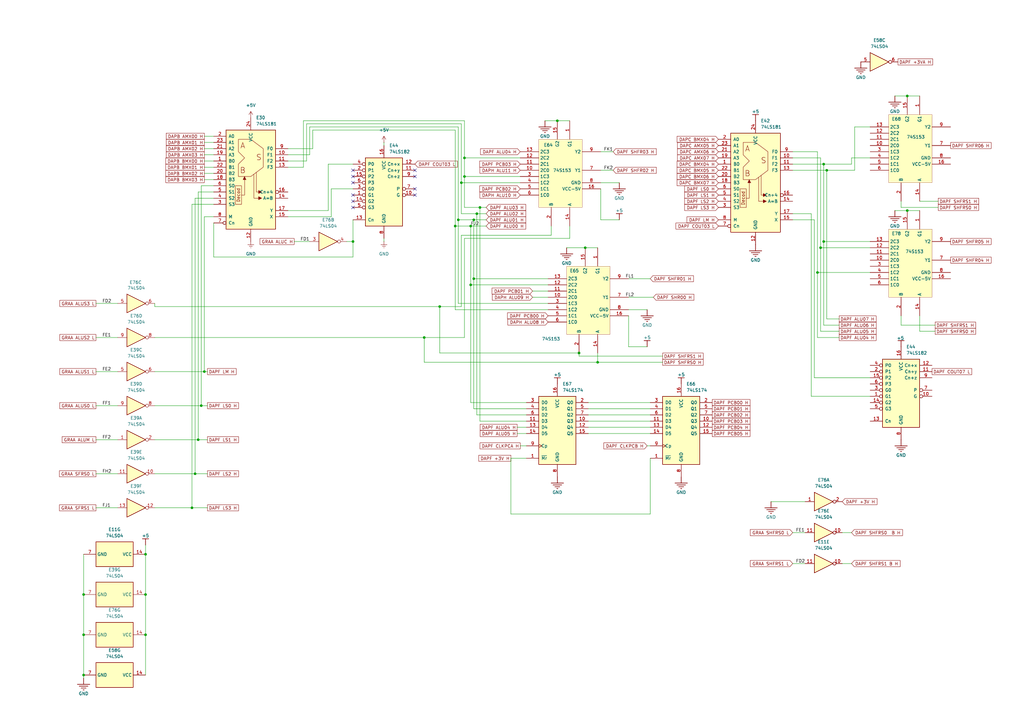
<source format=kicad_sch>
(kicad_sch (version 20250114) (generator "eeschema") (generator_version "9.0")
  (paper "A3")
  (title_block (title "DATA PATHS") (date "2025-01-19") (rev "1") (comment 4 "ALU(07:00), SHIFTER(06:00), PCA & PCB(05:00)"))
  (lib_symbols
    (symbol "74xx:74LS04"
      (property "Reference" "U" (at 0 1.27 0))
      (property "Value" "74LS04" (at 0 -1.27 0))
      (symbol "74LS04_1_0"
        (polyline (pts (xy -3.81 3.81) (xy -3.81 -3.81) (xy 3.81 0) (xy -3.81 3.81)) (stroke (width 0.254)) (fill (type background)))
        (pin input line (at -7.62 0 0) (length 3.81) (name "~") (number "1"))
        (pin output inverted (at 7.62 0 180) (length 3.81) (name "~") (number "2"))
      )
      (symbol "74LS04_2_0"
        (polyline (pts (xy -3.81 3.81) (xy -3.81 -3.81) (xy 3.81 0) (xy -3.81 3.81)) (stroke (width 0.254)) (fill (type background)))
        (pin input line (at -7.62 0 0) (length 3.81) (name "~") (number "3"))
        (pin output inverted (at 7.62 0 180) (length 3.81) (name "~") (number "4"))
      )
      (symbol "74LS04_3_0"
        (polyline (pts (xy -3.81 3.81) (xy -3.81 -3.81) (xy 3.81 0) (xy -3.81 3.81)) (stroke (width 0.254)) (fill (type background)))
        (pin input line (at -7.62 0 0) (length 3.81) (name "~") (number "5"))
        (pin output inverted (at 7.62 0 180) (length 3.81) (name "~") (number "6"))
      )
      (symbol "74LS04_4_0"
        (polyline (pts (xy -3.81 3.81) (xy -3.81 -3.81) (xy 3.81 0) (xy -3.81 3.81)) (stroke (width 0.254)) (fill (type background)))
        (pin input line (at -7.62 0 0) (length 3.81) (name "~") (number "9"))
        (pin output inverted (at 7.62 0 180) (length 3.81) (name "~") (number "8"))
      )
      (symbol "74LS04_5_0"
        (polyline (pts (xy -3.81 3.81) (xy -3.81 -3.81) (xy 3.81 0) (xy -3.81 3.81)) (stroke (width 0.254)) (fill (type background)))
        (pin input line (at -7.62 0 0) (length 3.81) (name "~") (number "11"))
        (pin output inverted (at 7.62 0 180) (length 3.81) (name "~") (number "10"))
      )
      (symbol "74LS04_6_0"
        (polyline (pts (xy -3.81 3.81) (xy -3.81 -3.81) (xy 3.81 0) (xy -3.81 3.81)) (stroke (width 0.254)) (fill (type background)))
        (pin input line (at -7.62 0 0) (length 3.81) (name "~") (number "13"))
        (pin output inverted (at 7.62 0 180) (length 3.81) (name "~") (number "12"))
      )
      (symbol "74LS04_7_0"
        (pin power_in line (at 0 12.7 270) (length 5.08) (name "VCC") (number "14"))
        (pin power_in line (at 0 -12.7 90) (length 5.08) (name "GND") (number "7"))
      )
      (symbol "74LS04_7_1"
        (rectangle (start -5.08 7.62) (end 5.08 -7.62) (stroke (width 0.254)) (fill (type background)))
      )
    )
    (symbol "74xx:74LS174" (pin_names (offset 1.016))
      (property "Reference" "U" (at -7.62 13.97 0))
      (property "Value" "74LS174" (at -7.62 -16.51 0))
      (symbol "74LS174_1_0"
        (pin input line (at -12.7 10.16 0) (length 5.08) (name "D0") (number "3"))
        (pin input line (at -12.7 7.62 0) (length 5.08) (name "D1") (number "4"))
        (pin input line (at -12.7 5.08 0) (length 5.08) (name "D2") (number "6"))
        (pin input line (at -12.7 2.54 0) (length 5.08) (name "D3") (number "11"))
        (pin input line (at -12.7 0 0) (length 5.08) (name "D4") (number "13"))
        (pin input line (at -12.7 -2.54 0) (length 5.08) (name "D5") (number "14"))
        (pin input clock (at -12.7 -7.62 0) (length 5.08) (name "Cp") (number "9"))
        (pin input line (at -12.7 -12.7 0) (length 5.08) (name "~{Mr}") (number "1"))
        (pin power_in line (at 0 17.78 270) (length 5.08) (name "VCC") (number "16"))
        (pin power_in line (at 0 -20.32 90) (length 5.08) (name "GND") (number "8"))
        (pin output line (at 12.7 10.16 180) (length 5.08) (name "Q0") (number "2"))
        (pin output line (at 12.7 7.62 180) (length 5.08) (name "Q1") (number "5"))
        (pin output line (at 12.7 5.08 180) (length 5.08) (name "Q2") (number "7"))
        (pin output line (at 12.7 2.54 180) (length 5.08) (name "Q3") (number "10"))
        (pin output line (at 12.7 0 180) (length 5.08) (name "Q4") (number "12"))
        (pin output line (at 12.7 -2.54 180) (length 5.08) (name "Q5") (number "15"))
      )
      (symbol "74LS174_1_1"
        (rectangle (start -7.62 12.7) (end 7.62 -15.24) (stroke (width 0.254)) (fill (type background)))
      )
    )
    (symbol "74xx:74LS181" (pin_names (offset 1.016))
      (property "Reference" "U" (at -7.62 21.59 0))
      (property "Value" "74LS181" (at -7.62 -21.59 0))
      (symbol "74LS181_1_0"
        (polyline (pts (xy -6.35 -2.54) (xy -6.35 -10.16) (xy -3.81 -10.16) (xy -3.81 -2.54) (xy -6.35 -2.54)))
        (polyline (pts (xy -5.08 16.51) (xy -5.08 11.43) (xy -2.54 8.89) (xy -5.08 6.35) (xy -5.08 1.27) (xy 0 1.27) (xy 5.08 5.08) (xy 5.08 12.7) (xy 0 16.51) (xy -5.08 16.51)))
        (polyline (pts (xy -3.81 -6.35) (xy -2.54 -6.35) (xy -2.54 1.27)))
        (polyline (pts (xy -2.54 1.27) (xy -3.175 0) (xy -1.905 0)) (fill (type outline)))
        (polyline (pts (xy 1.27 2.159) (xy 1.27 -7.62) (xy 3.175 -7.62)))
        (polyline (pts (xy 3.175 -5.08) (xy 2.286 -5.08) (xy 2.286 2.921)))
        (polyline (pts (xy 4.445 -5.08) (xy 3.175 -4.445) (xy 3.175 -5.715) (xy 4.445 -5.08)) (fill (type outline)))
        (polyline (pts (xy 4.445 -7.62) (xy 3.175 -6.985) (xy 3.175 -8.255) (xy 4.445 -7.62)) (fill (type outline)))
        (text "Decod" (at -5.08 -6.35 900) (effects (font (size 1.27 1.27))))
        (text "A" (at -3.302 13.97 0) (effects (font (size 2.286 2.286))))
        (text "B" (at -3.302 3.81 0) (effects (font (size 2.286 2.286))))
        (text "S" (at 3.302 9.144 0) (effects (font (size 2.286 2.286))))
        (pin input line (at -15.24 17.78 0) (length 5.08) (name "A0") (number "2"))
        (pin input line (at -15.24 15.24 0) (length 5.08) (name "A1") (number "23"))
        (pin input line (at -15.24 12.7 0) (length 5.08) (name "A2") (number "21"))
        (pin input line (at -15.24 10.16 0) (length 5.08) (name "A3") (number "19"))
        (pin input line (at -15.24 7.62 0) (length 5.08) (name "B0") (number "1"))
        (pin input line (at -15.24 5.08 0) (length 5.08) (name "B1") (number "22"))
        (pin input line (at -15.24 2.54 0) (length 5.08) (name "B2") (number "20"))
        (pin input line (at -15.24 0 0) (length 5.08) (name "B3") (number "18"))
        (pin input line (at -15.24 -2.54 0) (length 5.08) (name "S0") (number "6"))
        (pin input line (at -15.24 -5.08 0) (length 5.08) (name "S1") (number "5"))
        (pin input line (at -15.24 -7.62 0) (length 5.08) (name "S2") (number "4"))
        (pin input line (at -15.24 -10.16 0) (length 5.08) (name "S3") (number "3"))
        (pin input line (at -15.24 -15.24 0) (length 5.08) (name "M") (number "8"))
        (pin input inverted (at -15.24 -17.78 0) (length 5.08) (name "Cn") (number "7"))
        (pin power_in line (at 0 25.4 270) (length 5.08) (name "VCC") (number "24"))
        (pin power_in line (at 0 -25.4 90) (length 5.08) (name "GND") (number "12"))
        (pin output line (at 15.24 12.7 180) (length 5.08) (name "F0") (number "9"))
        (pin output line (at 15.24 10.16 180) (length 5.08) (name "F1") (number "10"))
        (pin output line (at 15.24 7.62 180) (length 5.08) (name "F2") (number "11"))
        (pin output line (at 15.24 5.08 180) (length 5.08) (name "F3") (number "13"))
        (pin output inverted (at 15.24 -5.08 180) (length 5.08) (name "Cn+4") (number "16"))
        (pin output line (at 15.24 -7.62 180) (length 5.08) (name "A=B") (number "14"))
        (pin output line (at 15.24 -12.7 180) (length 5.08) (name "Y") (number "17"))
        (pin output line (at 15.24 -15.24 180) (length 5.08) (name "X") (number "15"))
      )
      (symbol "74LS181_1_1"
        (rectangle (start -10.16 20.32) (end 10.16 -20.32) (stroke (width 0.254)) (fill (type background)))
      )
    )
    (symbol "74xx:74LS182" (pin_names (offset 1.016))
      (property "Reference" "U" (at -7.62 13.97 0))
      (property "Value" "74LS182" (at -7.62 -16.51 0))
      (symbol "74LS182_1_0"
        (pin input inverted (at -12.7 10.16 0) (length 5.08) (name "P0") (number "4"))
        (pin input inverted (at -12.7 7.62 0) (length 5.08) (name "P1") (number "2"))
        (pin input inverted (at -12.7 5.08 0) (length 5.08) (name "P2") (number "15"))
        (pin input inverted (at -12.7 2.54 0) (length 5.08) (name "P3") (number "6"))
        (pin input inverted (at -12.7 0 0) (length 5.08) (name "G0") (number "3"))
        (pin input inverted (at -12.7 -2.54 0) (length 5.08) (name "G1") (number "1"))
        (pin input inverted (at -12.7 -5.08 0) (length 5.08) (name "G2") (number "14"))
        (pin input inverted (at -12.7 -7.62 0) (length 5.08) (name "G3") (number "5"))
        (pin input line (at -12.7 -12.7 0) (length 5.08) (name "Cn") (number "13"))
        (pin power_in line (at 0 17.78 270) (length 5.08) (name "VCC") (number "16"))
        (pin power_in line (at 0 -20.32 90) (length 5.08) (name "GND") (number "8"))
        (pin output line (at 12.7 10.16 180) (length 5.08) (name "Cn+x") (number "12"))
        (pin output line (at 12.7 7.62 180) (length 5.08) (name "Cn+y") (number "11"))
        (pin output line (at 12.7 5.08 180) (length 5.08) (name "Cn+z") (number "9"))
        (pin output inverted (at 12.7 0 180) (length 5.08) (name "P") (number "7"))
        (pin output inverted (at 12.7 -2.54 180) (length 5.08) (name "G") (number "10"))
      )
      (symbol "74LS182_1_1"
        (rectangle (start -7.62 12.7) (end 7.62 -15.24) (stroke (width 0.254)) (fill (type background)))
      )
    )
    (symbol "Untitled-altium-import:+5_BAR" (power)
      (property "Value" "+5" (at 0 -3.81 0))
      (symbol "+5_BAR_0_0"
        (polyline (pts (xy -1.27 -2.54) (xy 1.27 -2.54)) (stroke (width 0.254)))
        (polyline (pts (xy 0 0) (xy 0 -2.54)) (stroke (width 0.254)))
        (pin power_in line (at 0 0 0) (length 0) (hide yes) (name "+5") (number ""))
      )
    )
    (symbol "Untitled-altium-import:GND_POWER_GROUND" (power)
      (property "Value" "GND" (at 0 -6.35 0))
      (symbol "GND_POWER_GROUND_0_0"
        (polyline (pts (xy -2.54 -2.54) (xy 2.54 -2.54)) (stroke (width 0.254)))
        (polyline (pts (xy -1.778 -3.302) (xy 1.778 -3.302)) (stroke (width 0.254)))
        (polyline (pts (xy -1.016 -4.064) (xy 1.016 -4.064)) (stroke (width 0.254)))
        (polyline (pts (xy -0.254 -4.826) (xy 0.254 -4.826)) (stroke (width 0.254)))
        (polyline (pts (xy 0 0) (xy 0 -2.54)) (stroke (width 0.254)))
        (pin power_in line (at 0 0 0) (length 0) (hide yes) (name "GND") (number ""))
      )
    )
    (symbol "Untitled-altium-import:root_0_74S153"
      (symbol "root_0_74S153_1_0"
        (rectangle (start 27.94 27.94) (end 10.16 0) (stroke (width 0.0254) (color 128 0 0 1)) (fill (type background)))
        (pin passive line (at 2.54 22.86 0) (length 7.62) (name "2C3") (number "13"))
        (pin passive line (at 2.54 20.32 0) (length 7.62) (name "2C2") (number "12"))
        (pin passive line (at 2.54 17.78 0) (length 7.62) (name "2C1") (number "11"))
        (pin passive line (at 2.54 15.24 0) (length 7.62) (name "2C0") (number "10"))
        (pin passive line (at 2.54 12.7 0) (length 7.62) (name "1C3") (number "3"))
        (pin passive line (at 2.54 10.16 0) (length 7.62) (name "1C2") (number "4"))
        (pin passive line (at 2.54 7.62 0) (length 7.62) (name "1C1") (number "5"))
        (pin passive line (at 2.54 5.08 0) (length 7.62) (name "1C0") (number "6"))
        (pin passive line (at 15.24 -7.62 90) (length 7.62) (name "B") (number "2"))
        (pin passive line (at 17.78 35.56 270) (length 7.62) (name "G2") (number "15"))
        (pin passive line (at 22.86 35.56 270) (length 7.62) (name "G1") (number "1"))
        (pin passive line (at 22.86 -7.62 90) (length 7.62) (name "A") (number "14"))
        (pin passive line (at 35.56 22.86 180) (length 7.62) (name "Y2") (number "9"))
        (pin passive line (at 35.56 15.24 180) (length 7.62) (name "Y1") (number "7"))
        (pin passive line (at 35.56 10.16 180) (length 7.62) (name "GND") (number "8"))
        (pin passive line (at 35.56 7.62 180) (length 7.62) (name "VCC-5V") (number "16"))
      )
    )
    (symbol "power:+5V" (power) (pin_numbers (hide yes)) (pin_names (offset 0) (hide yes))
      (property "Value" "+5V" (at 0 3.556 0))
      (symbol "+5V_0_1"
        (polyline (pts (xy -0.762 1.27) (xy 0 2.54)))
        (polyline (pts (xy 0 2.54) (xy 0.762 1.27)))
        (polyline (pts (xy 0 0) (xy 0 2.54)))
      )
      (symbol "+5V_1_1"
        (pin power_in line (at 0 0 90) (length 0) (name "~") (number "1"))
      )
    )
    (symbol "power:Earth" (power) (pin_numbers (hide yes)) (pin_names (offset 0) (hide yes))
      (property "Value" "Earth" (at 0 -3.81 0))
      (symbol "Earth_0_1"
        (polyline (pts (xy -0.635 -1.905) (xy 0.635 -1.905)))
        (polyline (pts (xy -0.127 -2.54) (xy 0.127 -2.54)))
        (polyline (pts (xy 0 -1.27) (xy 0 0)))
        (polyline (pts (xy 1.27 -1.27) (xy -1.27 -1.27)))
      )
      (symbol "Earth_1_1"
        (pin power_in line (at 0 0 270) (length 0) (name "~") (number "1"))
      )
    )
  )
  (junction (at 336.55 101.6))
  (junction (at 335.28 111.76))
  (junction (at 83.82 152.4))
  (junction (at 194.31 90.17))
  (junction (at 78.74 208.28))
  (junction (at 190.5 64.77))
  (junction (at 144.78 99.06))
  (junction (at 245.11 148.59))
  (junction (at 189.23 74.93))
  (junction (at 82.55 166.37))
  (junction (at 193.04 116.84))
  (junction (at 173.99 138.43))
  (junction (at 180.34 125.73))
  (junction (at 186.69 92.71))
  (junction (at 372.11 39.37))
  (junction (at 240.03 101.6))
  (junction (at 195.58 87.63))
  (junction (at 337.82 67.31))
  (junction (at 59.69 260.35))
  (junction (at 196.85 85.09))
  (junction (at 194.31 114.3))
  (junction (at 187.96 90.17))
  (junction (at 228.6 49.53))
  (junction (at 34.29 276.86))
  (junction (at 81.28 180.34))
  (junction (at 34.29 243.84))
  (junction (at 190.5 72.39))
  (junction (at 372.11 86.36))
  (junction (at 59.69 243.84))
  (junction (at 237.49 144.78))
  (junction (at 339.09 69.85))
  (junction (at 59.69 227.33))
  (junction (at 193.04 92.71))
  (junction (at 337.82 99.06))
  (junction (at 34.29 260.35))
  (junction (at 80.01 194.31))
  (no_connect (at 170.18 72.39))
  (no_connect (at 170.18 69.85))
  (no_connect (at 144.78 72.39))
  (no_connect (at 170.18 77.47))
  (no_connect (at 144.78 69.85))
  (no_connect (at 144.78 74.93))
  (no_connect (at 144.78 80.01))
  (no_connect (at 144.78 82.55))
  (no_connect (at 170.18 80.01))
  (no_connect (at 144.78 85.09))
  (wire (pts (xy 34.29 260.35) (xy 34.29 276.86)))
  (wire (pts (xy 232.41 101.6) (xy 240.03 101.6)))
  (wire (pts (xy 173.99 138.43) (xy 173.99 148.59)))
  (wire (pts (xy 209.55 187.96) (xy 215.9 187.96)))
  (wire (pts (xy 173.99 138.43) (xy 190.5 138.43)))
  (wire (pts (xy 87.63 91.44) (xy 87.63 105.41)))
  (wire (pts (xy 78.74 83.82) (xy 78.74 208.28)))
  (wire (pts (xy 125.73 66.04) (xy 118.11 66.04)))
  (wire (pts (xy 194.31 90.17) (xy 199.39 90.17)))
  (wire (pts (xy 194.31 114.3) (xy 194.31 167.64)))
  (wire (pts (xy 237.49 146.05) (xy 271.78 146.05)))
  (wire (pts (xy 39.37 152.4) (xy 48.26 152.4)))
  (wire (pts (xy 241.3 165.1) (xy 266.7 165.1)))
  (wire (pts (xy 127 63.5) (xy 127 52.07)))
  (wire (pts (xy 241.3 170.18) (xy 266.7 170.18)))
  (wire (pts (xy 83.82 73.66) (xy 87.63 73.66)))
  (wire (pts (xy 83.82 71.12) (xy 87.63 71.12)))
  (wire (pts (xy 39.37 194.31) (xy 48.26 194.31)))
  (wire (pts (xy 180.34 125.73) (xy 189.23 125.73)))
  (wire (pts (xy 349.25 64.77) (xy 349.25 67.31)))
  (wire (pts (xy 212.09 175.26) (xy 215.9 175.26)))
  (wire (pts (xy 189.23 50.8) (xy 125.73 50.8)))
  (wire (pts (xy 124.46 68.58) (xy 118.11 68.58)))
  (wire (pts (xy 87.63 83.82) (xy 78.74 83.82)))
  (wire (pts (xy 337.82 99.06) (xy 356.87 99.06)))
  (wire (pts (xy 339.09 69.85) (xy 350.52 69.85)))
  (wire (pts (xy 339.09 69.85) (xy 339.09 130.81)))
  (wire (pts (xy 135.89 88.9) (xy 118.11 88.9)))
  (wire (pts (xy 63.5 125.73) (xy 63.5 124.46)))
  (wire (pts (xy 144.78 77.47) (xy 135.89 77.47)))
  (wire (pts (xy 187.96 90.17) (xy 187.96 124.46)))
  (wire (pts (xy 209.55 187.96) (xy 209.55 210.82)))
  (wire (pts (xy 316.23 205.74) (xy 330.2 205.74)))
  (wire (pts (xy 251.46 69.85) (xy 246.38 69.85)))
  (wire (pts (xy 187.96 90.17) (xy 194.31 90.17)))
  (wire (pts (xy 367.03 39.37) (xy 372.11 39.37)))
  (wire (pts (xy 157.48 58.42) (xy 157.48 59.69)))
  (wire (pts (xy 63.5 138.43) (xy 173.99 138.43)))
  (wire (pts (xy 39.37 138.43) (xy 48.26 138.43)))
  (wire (pts (xy 80.01 81.28) (xy 80.01 194.31)))
  (wire (pts (xy 245.11 148.59) (xy 245.11 144.78)))
  (wire (pts (xy 240.03 101.6) (xy 245.11 101.6)))
  (wire (pts (xy 349.25 218.44) (xy 345.44 218.44)))
  (wire (pts (xy 187.96 52.07) (xy 187.96 90.17)))
  (wire (pts (xy 369.57 129.54) (xy 369.57 133.35)))
  (wire (pts (xy 325.12 218.44) (xy 330.2 218.44)))
  (wire (pts (xy 196.85 85.09) (xy 196.85 172.72)))
  (wire (pts (xy 186.69 53.34) (xy 186.69 92.71)))
  (wire (pts (xy 251.46 62.23) (xy 246.38 62.23)))
  (wire (pts (xy 337.82 133.35) (xy 344.17 133.35)))
  (wire (pts (xy 134.62 67.31) (xy 144.78 67.31)))
  (wire (pts (xy 193.04 92.71) (xy 193.04 116.84)))
  (wire (pts (xy 325.12 231.14) (xy 330.2 231.14)))
  (wire (pts (xy 193.04 116.84) (xy 193.04 165.1)))
  (wire (pts (xy 350.52 52.07) (xy 356.87 52.07)))
  (wire (pts (xy 241.3 167.64) (xy 266.7 167.64)))
  (wire (pts (xy 190.5 97.79) (xy 233.68 97.79)))
  (wire (pts (xy 334.01 90.17) (xy 334.01 154.94)))
  (wire (pts (xy 241.3 175.26) (xy 266.7 175.26)))
  (wire (pts (xy 257.81 142.24) (xy 257.81 129.54)))
  (wire (pts (xy 186.69 92.71) (xy 193.04 92.71)))
  (wire (pts (xy 189.23 125.73) (xy 189.23 96.52)))
  (wire (pts (xy 34.29 227.33) (xy 34.29 243.84)))
  (wire (pts (xy 332.74 87.63) (xy 332.74 162.56)))
  (wire (pts (xy 335.28 62.23) (xy 335.28 111.76)))
  (wire (pts (xy 127 52.07) (xy 187.96 52.07)))
  (wire (pts (xy 78.74 208.28) (xy 63.5 208.28)))
  (wire (pts (xy 190.5 72.39) (xy 190.5 85.09)))
  (wire (pts (xy 87.63 78.74) (xy 81.28 78.74)))
  (wire (pts (xy 367.03 86.36) (xy 372.11 86.36)))
  (wire (pts (xy 335.28 111.76) (xy 356.87 111.76)))
  (wire (pts (xy 335.28 138.43) (xy 344.17 138.43)))
  (wire (pts (xy 213.36 72.39) (xy 190.5 72.39)))
  (wire (pts (xy 233.68 97.79) (xy 233.68 92.71)))
  (wire (pts (xy 350.52 69.85) (xy 350.52 52.07)))
  (wire (pts (xy 186.69 92.71) (xy 186.69 127)))
  (wire (pts (xy 325.12 90.17) (xy 334.01 90.17)))
  (wire (pts (xy 87.63 81.28) (xy 80.01 81.28)))
  (wire (pts (xy 124.46 49.53) (xy 124.46 68.58)))
  (wire (pts (xy 257.81 127) (xy 265.43 127)))
  (wire (pts (xy 193.04 165.1) (xy 215.9 165.1)))
  (wire (pts (xy 241.3 177.8) (xy 266.7 177.8)))
  (wire (pts (xy 332.74 162.56) (xy 356.87 162.56)))
  (wire (pts (xy 144.78 105.41) (xy 144.78 99.06)))
  (wire (pts (xy 173.99 148.59) (xy 245.11 148.59)))
  (wire (pts (xy 82.55 76.2) (xy 87.63 76.2)))
  (wire (pts (xy 135.89 77.47) (xy 135.89 88.9)))
  (wire (pts (xy 118.11 86.36) (xy 134.62 86.36)))
  (wire (pts (xy 34.29 276.86) (xy 34.29 278.13)))
  (wire (pts (xy 190.5 64.77) (xy 190.5 49.53)))
  (wire (pts (xy 336.55 101.6) (xy 336.55 135.89)))
  (wire (pts (xy 215.9 182.88) (xy 213.36 182.88)))
  (wire (pts (xy 228.6 49.53) (xy 233.68 49.53)))
  (wire (pts (xy 190.5 49.53) (xy 124.46 49.53)))
  (wire (pts (xy 83.82 88.9) (xy 83.82 152.4)))
  (wire (pts (xy 39.37 124.46) (xy 48.26 124.46)))
  (wire (pts (xy 209.55 210.82) (xy 266.7 210.82)))
  (wire (pts (xy 377.19 129.54) (xy 377.19 135.89)))
  (wire (pts (xy 267.97 121.92) (xy 257.81 121.92)))
  (wire (pts (xy 180.34 125.73) (xy 180.34 144.78)))
  (wire (pts (xy 213.36 74.93) (xy 189.23 74.93)))
  (wire (pts (xy 142.24 99.06) (xy 144.78 99.06)))
  (wire (pts (xy 189.23 96.52) (xy 226.06 96.52)))
  (wire (pts (xy 372.11 86.36) (xy 377.19 86.36)))
  (wire (pts (xy 195.58 87.63) (xy 195.58 170.18)))
  (wire (pts (xy 194.31 90.17) (xy 194.31 114.3)))
  (wire (pts (xy 82.55 76.2) (xy 82.55 166.37)))
  (wire (pts (xy 59.69 260.35) (xy 59.69 276.86)))
  (wire (pts (xy 128.27 60.96) (xy 128.27 53.34)))
  (wire (pts (xy 372.11 39.37) (xy 377.19 39.37)))
  (wire (pts (xy 369.57 82.55) (xy 369.57 85.09)))
  (wire (pts (xy 246.38 90.17) (xy 246.38 77.47)))
  (wire (pts (xy 336.55 101.6) (xy 356.87 101.6)))
  (wire (pts (xy 337.82 67.31) (xy 325.12 67.31)))
  (wire (pts (xy 63.5 125.73) (xy 180.34 125.73)))
  (wire (pts (xy 118.11 60.96) (xy 128.27 60.96)))
  (wire (pts (xy 83.82 63.5) (xy 87.63 63.5)))
  (wire (pts (xy 82.55 166.37) (xy 63.5 166.37)))
  (wire (pts (xy 81.28 180.34) (xy 63.5 180.34)))
  (wire (pts (xy 190.5 85.09) (xy 196.85 85.09)))
  (wire (pts (xy 59.69 243.84) (xy 59.69 260.35)))
  (wire (pts (xy 334.01 154.94) (xy 356.87 154.94)))
  (wire (pts (xy 128.27 53.34) (xy 186.69 53.34)))
  (wire (pts (xy 336.55 135.89) (xy 344.17 135.89)))
  (wire (pts (xy 189.23 74.93) (xy 189.23 87.63)))
  (wire (pts (xy 337.82 67.31) (xy 337.82 99.06)))
  (wire (pts (xy 223.52 49.53) (xy 228.6 49.53)))
  (wire (pts (xy 336.55 64.77) (xy 336.55 101.6)))
  (wire (pts (xy 81.28 180.34) (xy 85.09 180.34)))
  (wire (pts (xy 194.31 114.3) (xy 224.79 114.3)))
  (wire (pts (xy 83.82 68.58) (xy 87.63 68.58)))
  (wire (pts (xy 190.5 72.39) (xy 190.5 64.77)))
  (wire (pts (xy 193.04 116.84) (xy 224.79 116.84)))
  (wire (pts (xy 266.7 114.3) (xy 257.81 114.3)))
  (wire (pts (xy 369.57 85.09) (xy 384.81 85.09)))
  (wire (pts (xy 339.09 130.81) (xy 344.17 130.81)))
  (wire (pts (xy 189.23 74.93) (xy 189.23 50.8)))
  (wire (pts (xy 226.06 96.52) (xy 226.06 92.71)))
  (wire (pts (xy 83.82 66.04) (xy 87.63 66.04)))
  (wire (pts (xy 34.29 243.84) (xy 34.29 260.35)))
  (wire (pts (xy 125.73 50.8) (xy 125.73 66.04)))
  (wire (pts (xy 59.69 227.33) (xy 59.69 243.84)))
  (wire (pts (xy 356.87 64.77) (xy 349.25 64.77)))
  (wire (pts (xy 254 90.17) (xy 246.38 90.17)))
  (wire (pts (xy 83.82 152.4) (xy 85.09 152.4)))
  (wire (pts (xy 349.25 231.14) (xy 345.44 231.14)))
  (wire (pts (xy 39.37 166.37) (xy 48.26 166.37)))
  (wire (pts (xy 325.12 87.63) (xy 332.74 87.63)))
  (wire (pts (xy 81.28 78.74) (xy 81.28 180.34)))
  (wire (pts (xy 218.44 121.92) (xy 224.79 121.92)))
  (wire (pts (xy 369.57 133.35) (xy 383.54 133.35)))
  (wire (pts (xy 195.58 170.18) (xy 215.9 170.18)))
  (wire (pts (xy 377.19 135.89) (xy 383.54 135.89)))
  (wire (pts (xy 80.01 194.31) (xy 85.09 194.31)))
  (wire (pts (xy 59.69 223.52) (xy 59.69 227.33)))
  (wire (pts (xy 241.3 172.72) (xy 266.7 172.72)))
  (wire (pts (xy 78.74 208.28) (xy 85.09 208.28)))
  (wire (pts (xy 349.25 67.31) (xy 337.82 67.31)))
  (wire (pts (xy 82.55 166.37) (xy 85.09 166.37)))
  (wire (pts (xy 80.01 194.31) (xy 63.5 194.31)))
  (wire (pts (xy 83.82 152.4) (xy 63.5 152.4)))
  (wire (pts (xy 144.78 99.06) (xy 144.78 90.17)))
  (wire (pts (xy 224.79 119.38) (xy 218.44 119.38)))
  (wire (pts (xy 245.11 148.59) (xy 271.78 148.59)))
  (wire (pts (xy 87.63 105.41) (xy 144.78 105.41)))
  (wire (pts (xy 39.37 208.28) (xy 48.26 208.28)))
  (wire (pts (xy 189.23 87.63) (xy 195.58 87.63)))
  (wire (pts (xy 377.19 82.55) (xy 384.81 82.55)))
  (wire (pts (xy 325.12 62.23) (xy 335.28 62.23)))
  (wire (pts (xy 335.28 111.76) (xy 335.28 138.43)))
  (wire (pts (xy 265.43 182.88) (xy 266.7 182.88)))
  (wire (pts (xy 87.63 88.9) (xy 83.82 88.9)))
  (wire (pts (xy 134.62 86.36) (xy 134.62 67.31)))
  (wire (pts (xy 118.11 63.5) (xy 127 63.5)))
  (wire (pts (xy 83.82 55.88) (xy 87.63 55.88)))
  (wire (pts (xy 39.37 180.34) (xy 48.26 180.34)))
  (wire (pts (xy 83.82 60.96) (xy 87.63 60.96)))
  (wire (pts (xy 190.5 138.43) (xy 190.5 97.79)))
  (wire (pts (xy 237.49 144.78) (xy 237.49 146.05)))
  (wire (pts (xy 180.34 144.78) (xy 237.49 144.78)))
  (wire (pts (xy 157.48 99.06) (xy 157.48 97.79)))
  (wire (pts (xy 194.31 167.64) (xy 215.9 167.64)))
  (wire (pts (xy 337.82 99.06) (xy 337.82 133.35)))
  (wire (pts (xy 325.12 64.77) (xy 336.55 64.77)))
  (wire (pts (xy 83.82 58.42) (xy 87.63 58.42)))
  (wire (pts (xy 127 99.06) (xy 120.65 99.06)))
  (wire (pts (xy 266.7 187.96) (xy 266.7 210.82)))
  (wire (pts (xy 196.85 172.72) (xy 215.9 172.72)))
  (wire (pts (xy 212.09 177.8) (xy 215.9 177.8)))
  (wire (pts (xy 195.58 87.63) (xy 199.39 87.63)))
  (wire (pts (xy 187.96 124.46) (xy 224.79 124.46)))
  (wire (pts (xy 213.36 64.77) (xy 190.5 64.77)))
  (wire (pts (xy 224.79 127) (xy 186.69 127)))
  (wire (pts (xy 193.04 92.71) (xy 199.39 92.71)))
  (wire (pts (xy 246.38 74.93) (xy 254 74.93)))
  (wire (pts (xy 325.12 69.85) (xy 339.09 69.85)))
  (wire (pts (xy 196.85 85.09) (xy 199.39 85.09)))
  (wire (pts (xy 265.43 142.24) (xy 257.81 142.24)))
  (label "FD2" (at 41.91 124.46 0))
  (label "FH2" (at 41.91 194.31 0))
  (label "FD1" (at 123.19 99.06 0))
  (label "FF2" (at 41.91 180.34 0))
  (label "FK2" (at 247.65 69.85 0))
  (label "FJ2" (at 193.04 92.71 0))
  (label "FL2" (at 256.54 121.92 0))
  (label "FK1" (at 247.65 62.23 0))
  (label "FE1" (at 326.39 218.44 0))
  (label "FE2" (at 41.91 152.4 0))
  (label "FE1" (at 41.91 138.43 0))
  (label "FL1" (at 256.54 114.3 0))
  (label "FJ1" (at 41.91 208.28 0))
  (label "FD2" (at 326.39 231.14 0))
  (label "FF1" (at 41.91 166.37 0))
  (global_label "DAPF SHR00 H" (shape input) (at 267.97 121.92 0) (property "Intersheetrefs" "${INTERSHEET_REFS}" (at 285.1671 121.92 0) (effects (justify left))))
  (global_label "DAPF COUT03 L" (shape input) (at 170.18 67.31 0) (property "Intersheetrefs" "${INTERSHEET_REFS}" (at 188.1633 67.31 0) (effects (justify left))))
  (global_label "DAPF SHFRS1 H" (shape passive) (at 383.54 133.35 0) (property "Intersheetrefs" "${INTERSHEET_REFS}" (at 400.7144 133.35 0) (effects (justify left))))
  (global_label "DAPF ALU03 H" (shape input) (at 199.39 85.09 0) (property "Intersheetrefs" "${INTERSHEET_REFS}" (at 216.2243 85.09 0) (effects (justify left))))
  (global_label "DAPF PCB00 H" (shape input) (at 224.79 129.54 180) (property "Intersheetrefs" "${INTERSHEET_REFS}" (at 207.5929 129.54 0) (effects (justify right))))
  (global_label "DAPC BMX04 H" (shape input) (at 294.64 67.31 180) (property "Intersheetrefs" "${INTERSHEET_REFS}" (at 277.1406 67.31 0) (effects (justify right))))
  (global_label "DAPF +3V H" (shape passive) (at 209.55 187.96 180) (property "Intersheetrefs" "${INTERSHEET_REFS}" (at 195.8227 187.96 0) (effects (justify right))))
  (global_label "DAPF SHFR04 H" (shape passive) (at 389.89 106.68 0) (property "Intersheetrefs" "${INTERSHEET_REFS}" (at 407.0644 106.68 0) (effects (justify left))))
  (global_label "DAPF SHFRS0 H" (shape passive) (at 383.54 135.89 0) (property "Intersheetrefs" "${INTERSHEET_REFS}" (at 400.7144 135.89 0) (effects (justify left))))
  (global_label "DAPF SHFRS0  B H" (shape input) (at 349.25 218.44 0) (property "Intersheetrefs" "${INTERSHEET_REFS}" (at 370.7409 218.44 0) (effects (justify left))))
  (global_label "DAPF CLKPCA H" (shape passive) (at 213.36 182.88 180) (property "Intersheetrefs" "${INTERSHEET_REFS}" (at 196.3065 182.88 0) (effects (justify right))))
  (global_label "DAPC BMX07 H" (shape input) (at 294.64 74.93 180) (property "Intersheetrefs" "${INTERSHEET_REFS}" (at 277.1406 74.93 0) (effects (justify right))))
  (global_label "DAPF LS0 H" (shape input) (at 294.64 77.47 180) (property "Intersheetrefs" "${INTERSHEET_REFS}" (at 280.2248 77.47 0) (effects (justify right))))
  (global_label "DAPF ALU05 H" (shape passive) (at 212.09 177.8 180) (property "Intersheetrefs" "${INTERSHEET_REFS}" (at 196.367 177.8 0) (effects (justify right))))
  (global_label "GRAA SFRS0 L" (shape passive) (at 39.37 194.31 180) (property "Intersheetrefs" "${INTERSHEET_REFS}" (at 23.8285 194.31 0) (effects (justify right))))
  (global_label "DAPB BMX00 H" (shape passive) (at 83.82 66.04 180) (property "Intersheetrefs" "${INTERSHEET_REFS}" (at 67.4319 66.04 0) (effects (justify right))))
  (global_label "DAPH ALU09 H" (shape input) (at 218.44 121.92 180) (property "Intersheetrefs" "${INTERSHEET_REFS}" (at 201.3638 121.92 0) (effects (justify right))))
  (global_label "DAPF COUT07 L" (shape passive) (at 382.27 152.4 0) (property "Intersheetrefs" "${INTERSHEET_REFS}" (at 399.142 152.4 0) (effects (justify left))))
  (global_label "DAPH ALU10 H" (shape input) (at 213.36 80.01 180) (property "Intersheetrefs" "${INTERSHEET_REFS}" (at 196.2838 80.01 0) (effects (justify right))))
  (global_label "DAPF LS1 H" (shape passive) (at 85.09 180.34 0) (property "Intersheetrefs" "${INTERSHEET_REFS}" (at 98.3939 180.34 0) (effects (justify left))))
  (global_label "DAPF LM H" (shape passive) (at 85.09 152.4 0) (property "Intersheetrefs" "${INTERSHEET_REFS}" (at 97.4263 152.4 0) (effects (justify left))))
  (global_label "DAPF ALU04 H" (shape passive) (at 344.17 138.43 0) (property "Intersheetrefs" "${INTERSHEET_REFS}" (at 359.893 138.43 0) (effects (justify left))))
  (global_label "DAPH ALU08 H" (shape input) (at 224.79 132.08 180) (property "Intersheetrefs" "${INTERSHEET_REFS}" (at 207.7138 132.08 0) (effects (justify right))))
  (global_label "GRAA SFRS1 L" (shape passive) (at 39.37 208.28 180) (property "Intersheetrefs" "${INTERSHEET_REFS}" (at 23.8285 208.28 0) (effects (justify right))))
  (global_label "DAPF SHFR03 H" (shape input) (at 251.46 62.23 0) (property "Intersheetrefs" "${INTERSHEET_REFS}" (at 269.7457 62.23 0) (effects (justify left))))
  (global_label "GRAA ALUS0 L" (shape passive) (at 39.37 166.37 180) (property "Intersheetrefs" "${INTERSHEET_REFS}" (at 23.9494 166.37 0) (effects (justify right))))
  (global_label "GRAA ALUS2 L" (shape passive) (at 39.37 138.43 180) (property "Intersheetrefs" "${INTERSHEET_REFS}" (at 23.9494 138.43 0) (effects (justify right))))
  (global_label "DAPF COUT03 L" (shape input) (at 294.64 92.71 180) (property "Intersheetrefs" "${INTERSHEET_REFS}" (at 276.6567 92.71 0) (effects (justify right))))
  (global_label "DAPF LM H" (shape input) (at 294.64 90.17 180) (property "Intersheetrefs" "${INTERSHEET_REFS}" (at 281.1924 90.17 0) (effects (justify right))))
  (global_label "DAPC AMX06 H" (shape input) (at 294.64 62.23 180) (property "Intersheetrefs" "${INTERSHEET_REFS}" (at 277.322 62.23 0) (effects (justify right))))
  (global_label "DAPB BMX01 H" (shape passive) (at 83.82 68.58 180) (property "Intersheetrefs" "${INTERSHEET_REFS}" (at 67.4319 68.58 0) (effects (justify right))))
  (global_label "DAPF ALU01 H" (shape input) (at 199.39 90.17 0) (property "Intersheetrefs" "${INTERSHEET_REFS}" (at 216.2243 90.17 0) (effects (justify left))))
  (global_label "GRAA ALUM L" (shape passive) (at 39.37 180.34 180) (property "Intersheetrefs" "${INTERSHEET_REFS}" (at 24.917 180.34 0) (effects (justify right))))
  (global_label "DAPF LS2 H" (shape passive) (at 85.09 194.31 0) (property "Intersheetrefs" "${INTERSHEET_REFS}" (at 98.3939 194.31 0) (effects (justify left))))
  (global_label "DAPF ALU05 H" (shape passive) (at 344.17 135.89 0) (property "Intersheetrefs" "${INTERSHEET_REFS}" (at 359.893 135.89 0) (effects (justify left))))
  (global_label "DAPF PCB03 H" (shape input) (at 213.36 67.31 180) (property "Intersheetrefs" "${INTERSHEET_REFS}" (at 196.1629 67.31 0) (effects (justify right))))
  (global_label "DAPF SHFRS1 B H" (shape input) (at 349.25 231.14 0) (property "Intersheetrefs" "${INTERSHEET_REFS}" (at 369.7733 231.14 0) (effects (justify left))))
  (global_label "DAPB BMX02 H" (shape passive) (at 83.82 71.12 180) (property "Intersheetrefs" "${INTERSHEET_REFS}" (at 67.4319 71.12 0) (effects (justify right))))
  (global_label "DAPF LS1 H" (shape input) (at 294.64 80.01 180) (property "Intersheetrefs" "${INTERSHEET_REFS}" (at 280.2248 80.01 0) (effects (justify right))))
  (global_label "DAPF PCB02 H" (shape passive) (at 292.1 170.18 0) (property "Intersheetrefs" "${INTERSHEET_REFS}" (at 308.1858 170.18 0) (effects (justify left))))
  (global_label "DAPF ALU04 H" (shape passive) (at 212.09 175.26 180) (property "Intersheetrefs" "${INTERSHEET_REFS}" (at 196.367 175.26 0) (effects (justify right))))
  (global_label "DAPC BMX04 H" (shape input) (at 294.64 57.15 180) (property "Intersheetrefs" "${INTERSHEET_REFS}" (at 277.1406 57.15 0) (effects (justify right))))
  (global_label "DAPF PCB01 H" (shape passive) (at 292.1 167.64 0) (property "Intersheetrefs" "${INTERSHEET_REFS}" (at 308.1858 167.64 0) (effects (justify left))))
  (global_label "DAPC AMX05 H" (shape input) (at 294.64 59.69 180) (property "Intersheetrefs" "${INTERSHEET_REFS}" (at 277.322 59.69 0) (effects (justify right))))
  (global_label "GRAA SHFRS1 L" (shape input) (at 325.12 231.14 180) (property "Intersheetrefs" "${INTERSHEET_REFS}" (at 307.1367 231.14 0) (effects (justify right))))
  (global_label "DAPF PCB03 H" (shape passive) (at 292.1 172.72 0) (property "Intersheetrefs" "${INTERSHEET_REFS}" (at 308.1858 172.72 0) (effects (justify left))))
  (global_label "DAPF ALU06 H" (shape passive) (at 344.17 133.35 0) (property "Intersheetrefs" "${INTERSHEET_REFS}" (at 359.893 133.35 0) (effects (justify left))))
  (global_label "GRAA ALUC H" (shape passive) (at 120.65 99.06 180) (property "Intersheetrefs" "${INTERSHEET_REFS}" (at 106.076 99.06 0) (effects (justify right))))
  (global_label "DAPB AMX00 H" (shape passive) (at 83.82 55.88 180) (property "Intersheetrefs" "${INTERSHEET_REFS}" (at 67.6133 55.88 0) (effects (justify right))))
  (global_label "GRAA ALUS1 L" (shape passive) (at 39.37 152.4 180) (property "Intersheetrefs" "${INTERSHEET_REFS}" (at 23.9494 152.4 0) (effects (justify right))))
  (global_label "DAPF PCB05 H" (shape passive) (at 292.1 177.8 0) (property "Intersheetrefs" "${INTERSHEET_REFS}" (at 308.1858 177.8 0) (effects (justify left))))
  (global_label "DAPH ALU11 H" (shape input) (at 213.36 69.85 180) (property "Intersheetrefs" "${INTERSHEET_REFS}" (at 196.2838 69.85 0) (effects (justify right))))
  (global_label "DAPF SHFRS0 H" (shape passive) (at 384.81 85.09 0) (property "Intersheetrefs" "${INTERSHEET_REFS}" (at 401.9844 85.09 0) (effects (justify left))))
  (global_label "DAPF PCB04 H" (shape passive) (at 292.1 175.26 0) (property "Intersheetrefs" "${INTERSHEET_REFS}" (at 308.1858 175.26 0) (effects (justify left))))
  (global_label "DAPC BMX06 H" (shape input) (at 294.64 72.39 180) (property "Intersheetrefs" "${INTERSHEET_REFS}" (at 277.1406 72.39 0) (effects (justify right))))
  (global_label "DAPF ALU04 H" (shape input) (at 213.36 62.23 180) (property "Intersheetrefs" "${INTERSHEET_REFS}" (at 196.5257 62.23 0) (effects (justify right))))
  (global_label "DAPB BMX03 H" (shape passive) (at 83.82 73.66 180) (property "Intersheetrefs" "${INTERSHEET_REFS}" (at 67.4319 73.66 0) (effects (justify right))))
  (global_label "DAPB AMX03 H" (shape passive) (at 83.82 63.5 180) (property "Intersheetrefs" "${INTERSHEET_REFS}" (at 67.6133 63.5 0) (effects (justify right))))
  (global_label "DAPF LS3 H" (shape passive) (at 85.09 208.28 0) (property "Intersheetrefs" "${INTERSHEET_REFS}" (at 98.3939 208.28 0) (effects (justify left))))
  (global_label "DAPF LS2 H" (shape input) (at 294.64 82.55 180) (property "Intersheetrefs" "${INTERSHEET_REFS}" (at 280.2248 82.55 0) (effects (justify right))))
  (global_label "DAPF ALU02 H" (shape input) (at 199.39 87.63 0) (property "Intersheetrefs" "${INTERSHEET_REFS}" (at 216.2243 87.63 0) (effects (justify left))))
  (global_label "DAPF PCB00 H" (shape passive) (at 292.1 165.1 0) (property "Intersheetrefs" "${INTERSHEET_REFS}" (at 308.1858 165.1 0) (effects (justify left))))
  (global_label "DAPB AMX01 H" (shape passive) (at 83.82 58.42 180) (property "Intersheetrefs" "${INTERSHEET_REFS}" (at 67.6133 58.42 0) (effects (justify right))))
  (global_label "DAPF SHFRS0 H" (shape passive) (at 271.78 148.59 0) (property "Intersheetrefs" "${INTERSHEET_REFS}" (at 288.9544 148.59 0) (effects (justify left))))
  (global_label "GRAA SHFRS0 L" (shape input) (at 325.12 218.44 180) (property "Intersheetrefs" "${INTERSHEET_REFS}" (at 307.1367 218.44 0) (effects (justify right))))
  (global_label "DAPF ALU00 H" (shape input) (at 199.39 92.71 0) (property "Intersheetrefs" "${INTERSHEET_REFS}" (at 216.2243 92.71 0) (effects (justify left))))
  (global_label "DAPF ALU07 H" (shape passive) (at 344.17 130.81 0) (property "Intersheetrefs" "${INTERSHEET_REFS}" (at 359.893 130.81 0) (effects (justify left))))
  (global_label "DAPC AMX07 H" (shape input) (at 294.64 64.77 180) (property "Intersheetrefs" "${INTERSHEET_REFS}" (at 277.322 64.77 0) (effects (justify right))))
  (global_label "DAPF LS0 H" (shape passive) (at 85.09 166.37 0) (property "Intersheetrefs" "${INTERSHEET_REFS}" (at 98.3939 166.37 0) (effects (justify left))))
  (global_label "DAPF SHFRS1 H" (shape passive) (at 271.78 146.05 0) (property "Intersheetrefs" "${INTERSHEET_REFS}" (at 288.9544 146.05 0) (effects (justify left))))
  (global_label "DAPF +3VA H" (shape passive) (at 368.3 25.4 0) (property "Intersheetrefs" "${INTERSHEET_REFS}" (at 383.1159 25.4 0) (effects (justify left))))
  (global_label "DAPF SHFR02 H" (shape input) (at 251.46 69.85 0) (property "Intersheetrefs" "${INTERSHEET_REFS}" (at 269.7457 69.85 0) (effects (justify left))))
  (global_label "DAPF PCB02 H" (shape input) (at 213.36 77.47 180) (property "Intersheetrefs" "${INTERSHEET_REFS}" (at 196.1629 77.47 0) (effects (justify right))))
  (global_label "GRAA ALUS3 L" (shape passive) (at 39.37 124.46 180) (property "Intersheetrefs" "${INTERSHEET_REFS}" (at 23.9494 124.46 0) (effects (justify right))))
  (global_label "DAPC BMX05 H" (shape input) (at 294.64 69.85 180) (property "Intersheetrefs" "${INTERSHEET_REFS}" (at 277.1406 69.85 0) (effects (justify right))))
  (global_label "DAPF SHFR06 H" (shape passive) (at 389.89 59.69 0) (property "Intersheetrefs" "${INTERSHEET_REFS}" (at 407.0644 59.69 0) (effects (justify left))))
  (global_label "DAPF SHFR01 H" (shape input) (at 266.7 114.3 0) (property "Intersheetrefs" "${INTERSHEET_REFS}" (at 284.9857 114.3 0) (effects (justify left))))
  (global_label "DAPF LS3 H" (shape input) (at 294.64 85.09 180) (property "Intersheetrefs" "${INTERSHEET_REFS}" (at 280.2248 85.09 0) (effects (justify right))))
  (global_label "DAPF PCB01 H" (shape input) (at 218.44 119.38 180) (property "Intersheetrefs" "${INTERSHEET_REFS}" (at 201.2429 119.38 0) (effects (justify right))))
  (global_label "DAPF +3V H" (shape input) (at 345.44 205.74 0) (property "Intersheetrefs" "${INTERSHEET_REFS}" (at 360.2786 205.74 0) (effects (justify left))))
  (global_label "DAPF SHFRS1 H" (shape passive) (at 384.81 82.55 0) (property "Intersheetrefs" "${INTERSHEET_REFS}" (at 401.9844 82.55 0) (effects (justify left))))
  (global_label "DAPF CLKPCB H" (shape input) (at 265.43 182.88 180) (property "Intersheetrefs" "${INTERSHEET_REFS}" (at 247.0838 182.88 0) (effects (justify right))))
  (global_label "DAPB AMX02 H" (shape passive) (at 83.82 60.96 180) (property "Intersheetrefs" "${INTERSHEET_REFS}" (at 67.6133 60.96 0) (effects (justify right))))
  (global_label "DAPF SHFR05 H" (shape passive) (at 389.89 99.06 0) (property "Intersheetrefs" "${INTERSHEET_REFS}" (at 407.0644 99.06 0) (effects (justify left))))
  (symbol (lib_id "Untitled-altium-import:root_0_74S153") (at 222.25 137.16 0) (unit 1)
    (property "Reference" "E65" (at 233.68 111.76 0) (effects (justify left bottom)))
    (property "Value" "74S153" (at 222.25 139.7 0) (effects (justify left bottom)))
    (property "Footprint" "DIP16" (effects (hide yes)))
    (property "SUPPLIER 1" "Rochester Electronics" (effects (hide yes)))
    (property "SUPPLIER PART NUMBER 1" "DM74S153N" (effects (hide yes)))
  )
  (symbol (lib_id "Untitled-altium-import:root_0_74S153") (at 210.82 85.09 0) (unit 1)
    (property "Reference" "E64" (at 223.012 60.198 0) (effects (justify left bottom)))
    (property "Value" "74S153" (at 226.822 70.612 0) (effects (justify left bottom)))
    (property "Footprint" "DIP16" (effects (hide yes)))
    (property "SUPPLIER 1" "Rochester Electronics" (effects (hide yes)))
    (property "SUPPLIER PART NUMBER 1" "DM74S153N" (effects (hide yes)))
  )
  (symbol (lib_id "Untitled-altium-import:root_0_74S153") (at 354.33 74.93 0) (unit 1)
    (property "Reference" "E68" (at 365.76 49.53 0) (effects (justify left bottom)))
    (property "Value" "74S153" (at 371.856 56.896 0) (effects (justify left bottom)))
    (property "Footprint" "DIP16" (effects (hide yes)))
    (property "SUPPLIER 1" "Rochester Electronics" (effects (hide yes)))
    (property "SUPPLIER PART NUMBER 1" "DM74S153N" (effects (hide yes)))
  )
  (symbol (lib_id "Untitled-altium-import:GND_POWER_GROUND") (at 309.88 100.33 0) (unit 1)
    (property "Reference" "#PWR0138" (effects (hide yes)))
    (property "Value" "GND" (at 309.88 106.68 0))
  )
  (symbol (lib_id "Untitled-altium-import:GND_POWER_GROUND") (at 369.57 180.34 0) (unit 1)
    (property "Reference" "#PWR0141" (effects (hide yes)))
    (property "Value" "GND" (at 369.57 186.69 0))
  )
  (symbol (lib_id "74xx:74LS04") (at 337.82 218.44 0) (unit 5)
    (property "Reference" "E76" (at 337.82 209.55 0))
    (property "Value" "74LS04" (at 337.82 212.09 0))
    (property "Datasheet" "http://www.ti.com/lit/gpn/sn74LS04" (effects (hide yes)))
    (property "Description" "Hex Inverter" (effects (hide yes)))
  )
  (symbol (lib_id "74xx:74LS04") (at 55.88 166.37 0) (unit 4)
    (property "Reference" "E39" (at 55.88 157.48 0))
    (property "Value" "74LS04" (at 55.88 160.02 0))
    (property "Datasheet" "http://www.ti.com/lit/gpn/sn74LS04" (effects (hide yes)))
    (property "Description" "Hex Inverter" (effects (hide yes)))
  )
  (symbol (lib_id "Untitled-altium-import:GND_POWER_GROUND") (at 353.06 25.4 0) (unit 1)
    (property "Reference" "#PWR0145" (effects (hide yes)))
    (property "Value" "GND" (at 353.06 31.75 0))
  )
  (symbol (lib_id "74xx:74LS04") (at 46.99 243.84 270) (unit 7)
    (property "Reference" "E39" (at 46.99 233.68 90))
    (property "Value" "74LS04" (at 46.99 236.22 90))
    (property "Datasheet" "http://www.ti.com/lit/gpn/sn74LS04" (effects (hide yes)))
    (property "Description" "Hex Inverter" (effects (hide yes)))
  )
  (symbol (lib_id "74xx:74LS04") (at 46.99 276.86 270) (unit 7)
    (property "Reference" "E58" (at 46.99 266.7 90))
    (property "Value" "74LS04" (at 46.99 269.24 90))
    (property "Datasheet" "http://www.ti.com/lit/gpn/sn74LS04" (effects (hide yes)))
    (property "Description" "Hex Inverter" (effects (hide yes)))
  )
  (symbol (lib_id "74xx:74LS04") (at 55.88 194.31 0) (unit 5)
    (property "Reference" "E39" (at 55.88 185.42 0))
    (property "Value" "74LS04" (at 55.88 187.96 0))
    (property "Datasheet" "http://www.ti.com/lit/gpn/sn74LS04" (effects (hide yes)))
    (property "Description" "Hex Inverter" (effects (hide yes)))
  )
  (symbol (lib_id "74xx:74LS04") (at 55.88 138.43 0) (unit 4)
    (property "Reference" "E76" (at 55.88 129.54 0))
    (property "Value" "74LS04" (at 55.88 132.08 0))
    (property "Datasheet" "http://www.ti.com/lit/gpn/sn74LS04" (effects (hide yes)))
    (property "Description" "Hex Inverter" (effects (hide yes)))
  )
  (symbol (lib_id "Untitled-altium-import:+5_BAR") (at 59.69 223.52 180) (unit 1)
    (property "Reference" "#PWR0144" (effects (hide yes)))
    (property "Value" "+5" (at 59.69 219.71 0))
  )
  (symbol (lib_id "Untitled-altium-import:GND_POWER_GROUND") (at 232.41 101.6 0) (unit 1)
    (property "Reference" "#PWR0134" (effects (hide yes)))
    (property "Value" "GND" (at 232.41 107.95 0))
  )
  (symbol (lib_id "power:Earth") (at 157.48 99.06 0) (unit 1)
    (property "Reference" "#PWR0124" (effects (hide yes)))
    (property "Value" "GND" (at 157.48 104.14 0))
    (property "Description" "Power symbol creates a global label with name \"Earth\"" (effects (hide yes)))
  )
  (symbol (lib_id "power:+5V") (at 157.48 58.42 0) (unit 1)
    (property "Reference" "#PWR0125" (effects (hide yes)))
    (property "Value" "+5V" (at 157.48 53.34 0))
    (property "Description" "Power symbol creates a global label with name \"+5V\"" (effects (hide yes)))
  )
  (symbol (lib_id "74xx:74LS04") (at 46.99 227.33 270) (unit 7)
    (property "Reference" "E11" (at 46.99 217.17 90))
    (property "Value" "74LS04" (at 46.99 219.71 90))
    (property "Datasheet" "http://www.ti.com/lit/gpn/sn74LS04" (effects (hide yes)))
    (property "Description" "Hex Inverter" (effects (hide yes)))
  )
  (symbol (lib_id "74xx:74LS04") (at 55.88 180.34 0) (unit 1)
    (property "Reference" "E39" (at 55.88 171.45 0))
    (property "Value" "74LS04" (at 55.88 173.99 0))
    (property "Datasheet" "http://www.ti.com/lit/gpn/sn74LS04" (effects (hide yes)))
    (property "Description" "Hex Inverter" (effects (hide yes)))
  )
  (symbol (lib_id "74xx:74LS174") (at 279.4 175.26 0) (unit 1)
    (property "Reference" "E66" (at 281.5433 157.48 0) (effects (justify left)))
    (property "Value" "74LS174" (at 281.5433 160.02 0) (effects (justify left)))
    (property "Datasheet" "http://www.ti.com/lit/gpn/sn74LS174" (effects (hide yes)))
    (property "Description" "Hex D-type Flip-Flop, reset" (effects (hide yes)))
  )
  (symbol (lib_id "74xx:74LS04") (at 337.82 231.14 0) (unit 5)
    (property "Reference" "E11" (at 337.82 222.25 0))
    (property "Value" "74LS04" (at 337.82 224.79 0))
    (property "Datasheet" "http://www.ti.com/lit/gpn/sn74LS04" (effects (hide yes)))
    (property "Description" "Hex Inverter" (effects (hide yes)))
  )
  (symbol (lib_id "Untitled-altium-import:GND_POWER_GROUND") (at 367.03 39.37 0) (unit 1)
    (property "Reference" "#PWR0137" (effects (hide yes)))
    (property "Value" "GND" (at 367.03 45.72 0))
  )
  (symbol (lib_id "Untitled-altium-import:GND_POWER_GROUND") (at 316.23 205.74 0) (unit 1)
    (property "Reference" "#PWR0142" (effects (hide yes)))
    (property "Value" "GND" (at 316.23 212.09 0))
  )
  (symbol (lib_id "74xx:74LS182") (at 369.57 160.02 0) (unit 1)
    (property "Reference" "E44" (at 371.7133 142.24 0) (effects (justify left)))
    (property "Value" "74LS182" (at 371.7133 144.78 0) (effects (justify left)))
    (property "Datasheet" "http://www.ti.com/lit/gpn/sn74LS182" (effects (hide yes)))
    (property "Description" "Carry generator" (effects (hide yes)))
  )
  (symbol (lib_id "74xx:74LS181") (at 309.88 74.93 0) (unit 1)
    (property "Reference" "E42" (at 312.0233 49.53 0) (effects (justify left)))
    (property "Value" "74LS181" (at 312.0233 52.07 0) (effects (justify left)))
    (property "Footprint" "Package_DIP:DIP-24_18.0mmx34.29mm_W15.24mm" (effects (hide yes)))
    (property "Datasheet" "74xx/74F181.pdf" (effects (hide yes)))
    (property "Description" "Arithmetic logic unit" (effects (hide yes)))
  )
  (symbol (lib_id "74xx:74LS04") (at 46.99 260.35 270) (unit 7)
    (property "Reference" "E76" (at 46.99 250.19 90))
    (property "Value" "74LS04" (at 46.99 252.73 90))
    (property "Datasheet" "http://www.ti.com/lit/gpn/sn74LS04" (effects (hide yes)))
    (property "Description" "Hex Inverter" (effects (hide yes)))
  )
  (symbol (lib_id "power:Earth") (at 102.87 99.06 0) (unit 1)
    (property "Reference" "#PWR0122" (effects (hide yes)))
    (property "Value" "GND" (at 102.87 104.14 0))
    (property "Description" "Power symbol creates a global label with name \"Earth\"" (effects (hide yes)))
  )
  (symbol (lib_id "Untitled-altium-import:GND_POWER_GROUND") (at 223.52 49.53 0) (unit 1)
    (property "Reference" "#PWR0135" (effects (hide yes)))
    (property "Value" "GND" (at 223.52 55.88 0))
  )
  (symbol (lib_id "Untitled-altium-import:+5_BAR") (at 254 90.17 180) (unit 1)
    (property "Reference" "#PWR0129" (effects (hide yes)))
    (property "Value" "+5" (at 254 86.36 0))
  )
  (symbol (lib_id "Untitled-altium-import:root_0_74S153") (at 354.33 121.92 0) (unit 1)
    (property "Reference" "E78" (at 365.76 96.52 0) (effects (justify left bottom)))
    (property "Value" "74S153" (at 371.348 103.886 0) (effects (justify left bottom)))
    (property "Footprint" "DIP16" (effects (hide yes)))
    (property "SUPPLIER 1" "Rochester Electronics" (effects (hide yes)))
    (property "SUPPLIER PART NUMBER 1" "DM74S153N" (effects (hide yes)))
  )
  (symbol (lib_id "Untitled-altium-import:+5_BAR") (at 265.43 142.24 180) (unit 1)
    (property "Reference" "#PWR0127" (effects (hide yes)))
    (property "Value" "+5" (at 265.43 138.43 0))
  )
  (symbol (lib_id "Untitled-altium-import:GND_POWER_GROUND") (at 265.43 127 0) (unit 1)
    (property "Reference" "#PWR0126" (effects (hide yes)))
    (property "Value" "GND" (at 265.43 133.35 0))
  )
  (symbol (lib_id "74xx:74LS182") (at 157.48 77.47 0) (unit 1)
    (property "Reference" "E44" (at 159.6233 59.69 0) (effects (justify left)))
    (property "Value" "74LS182" (at 159.6233 62.23 0) (effects (justify left)))
    (property "Datasheet" "http://www.ti.com/lit/gpn/sn74LS182" (effects (hide yes)))
    (property "Description" "Carry generator" (effects (hide yes)))
  )
  (symbol (lib_id "Untitled-altium-import:GND_POWER_GROUND") (at 367.03 86.36 0) (unit 1)
    (property "Reference" "#PWR0136" (effects (hide yes)))
    (property "Value" "GND" (at 367.03 92.71 0))
  )
  (symbol (lib_id "74xx:74LS04") (at 360.68 25.4 0) (unit 3)
    (property "Reference" "E58" (at 360.68 16.51 0))
    (property "Value" "74LS04" (at 360.68 19.05 0))
    (property "Datasheet" "http://www.ti.com/lit/gpn/sn74LS04" (effects (hide yes)))
    (property "Description" "Hex Inverter" (effects (hide yes)))
  )
  (symbol (lib_id "Untitled-altium-import:GND_POWER_GROUND") (at 279.4 195.58 0) (unit 1)
    (property "Reference" "#PWR0131" (effects (hide yes)))
    (property "Value" "GND" (at 279.4 201.93 0))
  )
  (symbol (lib_id "Untitled-altium-import:GND_POWER_GROUND") (at 34.29 278.13 0) (unit 1)
    (property "Reference" "#PWR0143" (effects (hide yes)))
    (property "Value" "GND" (at 34.29 284.48 0))
  )
  (symbol (lib_id "74xx:74LS181") (at 102.87 73.66 0) (unit 1)
    (property "Reference" "E30" (at 105.0133 48.26 0) (effects (justify left)))
    (property "Value" "74LS181" (at 105.0133 50.8 0) (effects (justify left)))
    (property "Footprint" "Package_DIP:DIP-24_18.0mmx34.29mm_W15.24mm" (effects (hide yes)))
    (property "Datasheet" "74xx/74F181.pdf" (effects (hide yes)))
    (property "Description" "Arithmetic logic unit" (effects (hide yes)))
  )
  (symbol (lib_id "74xx:74LS04") (at 55.88 124.46 0) (unit 3)
    (property "Reference" "E76" (at 55.626 115.824 0))
    (property "Value" "74LS04" (at 55.88 118.11 0))
    (property "Datasheet" "http://www.ti.com/lit/gpn/sn74LS04" (effects (hide yes)))
    (property "Description" "Hex Inverter" (effects (hide yes)))
  )
  (symbol (lib_id "74xx:74LS04") (at 134.62 99.06 0) (unit 2)
    (property "Reference" "E76" (at 134.62 90.17 0))
    (property "Value" "74LS04" (at 134.62 92.71 0))
    (property "Datasheet" "http://www.ti.com/lit/gpn/sn74LS04" (effects (hide yes)))
    (property "Description" "Hex Inverter" (effects (hide yes)))
  )
  (symbol (lib_id "Untitled-altium-import:+5_BAR") (at 309.88 49.53 180) (unit 1)
    (property "Reference" "#PWR0140" (effects (hide yes)))
    (property "Value" "+5" (at 309.88 45.72 0))
  )
  (symbol (lib_id "power:+5V") (at 102.87 48.26 0) (unit 1)
    (property "Reference" "#PWR0123" (effects (hide yes)))
    (property "Value" "+5V" (at 102.87 43.18 0))
    (property "Description" "Power symbol creates a global label with name \"+5V\"" (effects (hide yes)))
  )
  (symbol (lib_id "Untitled-altium-import:GND_POWER_GROUND") (at 228.6 195.58 0) (unit 1)
    (property "Reference" "#PWR0130" (effects (hide yes)))
    (property "Value" "GND" (at 228.6 201.93 0))
  )
  (symbol (lib_id "74xx:74LS174") (at 228.6 175.26 0) (unit 1)
    (property "Reference" "E67" (at 230.7433 157.48 0) (effects (justify left)))
    (property "Value" "74LS174" (at 230.7433 160.02 0) (effects (justify left)))
    (property "Datasheet" "http://www.ti.com/lit/gpn/sn74LS174" (effects (hide yes)))
    (property "Description" "Hex D-type Flip-Flop, reset" (effects (hide yes)))
  )
  (symbol (lib_id "Untitled-altium-import:GND_POWER_GROUND") (at 254 74.93 0) (unit 1)
    (property "Reference" "#PWR0128" (effects (hide yes)))
    (property "Value" "GND" (at 254 81.28 0))
  )
  (symbol (lib_id "74xx:74LS04") (at 55.88 208.28 0) (unit 6)
    (property "Reference" "E39" (at 55.88 199.39 0))
    (property "Value" "74LS04" (at 55.88 201.93 0))
    (property "Datasheet" "http://www.ti.com/lit/gpn/sn74LS04" (effects (hide yes)))
    (property "Description" "Hex Inverter" (effects (hide yes)))
  )
  (symbol (lib_id "74xx:74LS04") (at 337.82 205.74 0) (unit 1)
    (property "Reference" "E76" (at 337.82 196.85 0))
    (property "Value" "74LS04" (at 337.82 199.39 0))
    (property "Datasheet" "http://www.ti.com/lit/gpn/sn74LS04" (effects (hide yes)))
    (property "Description" "Hex Inverter" (effects (hide yes)))
  )
  (symbol (lib_id "Untitled-altium-import:+5_BAR") (at 369.57 142.24 180) (unit 1)
    (property "Reference" "#PWR0139" (effects (hide yes)))
    (property "Value" "+5" (at 369.316 138.684 0))
  )
  (symbol (lib_id "Untitled-altium-import:+5_BAR") (at 279.4 157.48 180) (unit 1)
    (property "Reference" "#PWR0133" (effects (hide yes)))
    (property "Value" "+5" (at 279.4 153.67 0))
  )
  (symbol (lib_id "Untitled-altium-import:+5_BAR") (at 228.6 157.48 180) (unit 1)
    (property "Reference" "#PWR0132" (effects (hide yes)))
    (property "Value" "+5" (at 228.6 153.67 0))
  )
  (symbol (lib_id "74xx:74LS04") (at 55.88 152.4 0) (unit 3)
    (property "Reference" "E39" (at 55.88 143.51 0))
    (property "Value" "74LS04" (at 55.88 146.05 0))
    (property "Datasheet" "http://www.ti.com/lit/gpn/sn74LS04" (effects (hide yes)))
    (property "Description" "Hex Inverter" (effects (hide yes)))
  )
)
</source>
